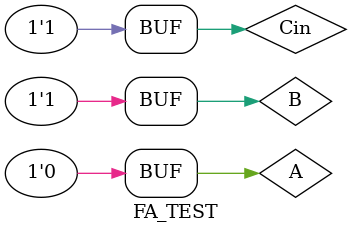
<source format=v>
`timescale 1ns / 1ps


module FA_TEST;

	// Inputs
	reg A;
	reg B;
	reg Cin;

	// Outputs
	wire S;
	wire Cout;

	// Instantiate the Unit Under Test (UUT)
	FA uut (
		.A(A), 
		.B(B), 
		.Cin(Cin), 
		.S(S), 
		.Cout(Cout)
	);

	initial begin
		// Initialize Inputs
		A = 0;
		B = 0;
		Cin = 0;

		// Wait 100 ns for global reset to finish
		#100;
      A = 1;
		B = 1;
		Cin = 1;

		// Wait 100 ns for global reset to finish
		#100;
		A = 0;
		B = 1;
		Cin = 0;

		// Wait 100 ns for global reset to finish
		#100;
		A = 0;
		B = 1;
		Cin = 1;

		// Wait 100 ns for global reset to finish
		#100;
		// Add stimulus here

	end
      
endmodule


</source>
